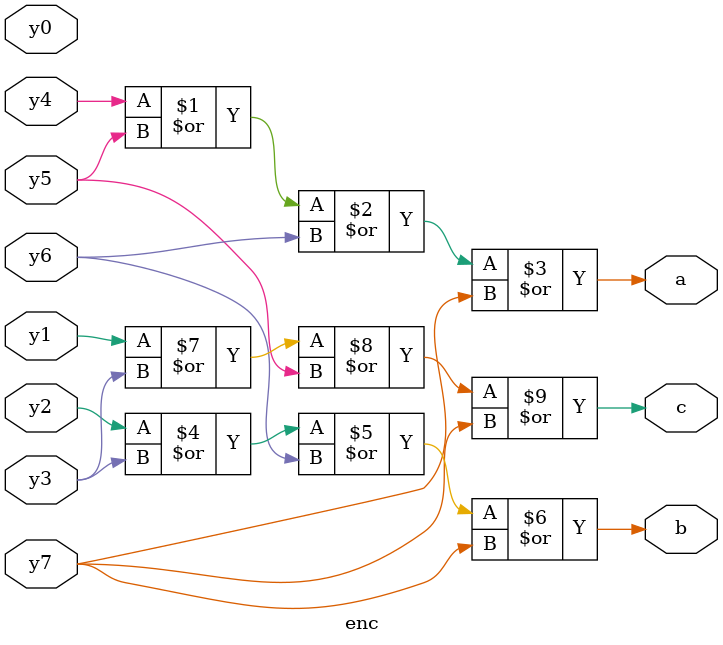
<source format=v>
module enc(a,b,c,y0,y1,y2,y3,y4,y5,y6,y7);
input y0,y1,y2,y3,y4,y5,y6,y7;
output a,b,c;
assign a= ( y4 | y5 | y6 | y7);
assign b= ( y2 | y3 | y6 | y7);
assign c= ( y1 | y3 | y5 | y7);
endmodule
</source>
